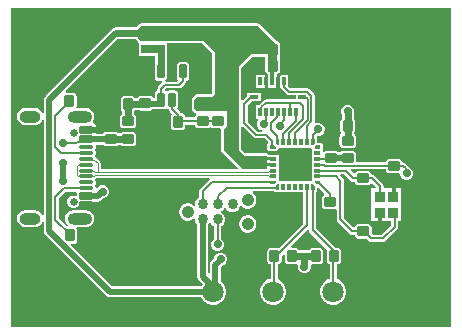
<source format=gbr>
%TF.GenerationSoftware,Altium Limited,Altium Designer,23.10.1 (27)*%
G04 Layer_Physical_Order=1*
G04 Layer_Color=255*
%FSLAX45Y45*%
%MOMM*%
%TF.SameCoordinates,EB818210-93EB-4193-A47C-AA10A5AE6B3E*%
%TF.FilePolarity,Positive*%
%TF.FileFunction,Copper,L1,Top,Signal*%
%TF.Part,Single*%
G01*
G75*
%TA.AperFunction,SMDPad,CuDef*%
G04:AMPARAMS|DCode=10|XSize=0.8mm|YSize=1mm|CornerRadius=0.1mm|HoleSize=0mm|Usage=FLASHONLY|Rotation=180.000|XOffset=0mm|YOffset=0mm|HoleType=Round|Shape=RoundedRectangle|*
%AMROUNDEDRECTD10*
21,1,0.80000,0.80000,0,0,180.0*
21,1,0.60000,1.00000,0,0,180.0*
1,1,0.20000,-0.30000,0.40000*
1,1,0.20000,0.30000,0.40000*
1,1,0.20000,0.30000,-0.40000*
1,1,0.20000,-0.30000,-0.40000*
%
%ADD10ROUNDEDRECTD10*%
%TA.AperFunction,TestPad*%
G04:AMPARAMS|DCode=11|XSize=0.3mm|YSize=1.15mm|CornerRadius=0.0375mm|HoleSize=0mm|Usage=FLASHONLY|Rotation=270.000|XOffset=0mm|YOffset=0mm|HoleType=Round|Shape=RoundedRectangle|*
%AMROUNDEDRECTD11*
21,1,0.30000,1.07500,0,0,270.0*
21,1,0.22500,1.15000,0,0,270.0*
1,1,0.07500,-0.53750,-0.11250*
1,1,0.07500,-0.53750,0.11250*
1,1,0.07500,0.53750,0.11250*
1,1,0.07500,0.53750,-0.11250*
%
%ADD11ROUNDEDRECTD11*%
G04:AMPARAMS|DCode=12|XSize=0.6mm|YSize=1.15mm|CornerRadius=0.075mm|HoleSize=0mm|Usage=FLASHONLY|Rotation=270.000|XOffset=0mm|YOffset=0mm|HoleType=Round|Shape=RoundedRectangle|*
%AMROUNDEDRECTD12*
21,1,0.60000,1.00000,0,0,270.0*
21,1,0.45000,1.15000,0,0,270.0*
1,1,0.15000,-0.50000,-0.22500*
1,1,0.15000,-0.50000,0.22500*
1,1,0.15000,0.50000,0.22500*
1,1,0.15000,0.50000,-0.22500*
%
%ADD12ROUNDEDRECTD12*%
%TA.AperFunction,SMDPad,CuDef*%
G04:AMPARAMS|DCode=13|XSize=0.8mm|YSize=0.9mm|CornerRadius=0.08mm|HoleSize=0mm|Usage=FLASHONLY|Rotation=180.000|XOffset=0mm|YOffset=0mm|HoleType=Round|Shape=RoundedRectangle|*
%AMROUNDEDRECTD13*
21,1,0.80000,0.74000,0,0,180.0*
21,1,0.64000,0.90000,0,0,180.0*
1,1,0.16000,-0.32000,0.37000*
1,1,0.16000,0.32000,0.37000*
1,1,0.16000,0.32000,-0.37000*
1,1,0.16000,-0.32000,-0.37000*
%
%ADD13ROUNDEDRECTD13*%
%ADD14R,2.00000X0.70000*%
%ADD15R,0.75000X0.30000*%
%ADD16R,0.30000X0.75000*%
G04:AMPARAMS|DCode=17|XSize=0.8mm|YSize=1mm|CornerRadius=0.1mm|HoleSize=0mm|Usage=FLASHONLY|Rotation=270.000|XOffset=0mm|YOffset=0mm|HoleType=Round|Shape=RoundedRectangle|*
%AMROUNDEDRECTD17*
21,1,0.80000,0.80000,0,0,270.0*
21,1,0.60000,1.00000,0,0,270.0*
1,1,0.20000,-0.40000,-0.30000*
1,1,0.20000,-0.40000,0.30000*
1,1,0.20000,0.40000,0.30000*
1,1,0.20000,0.40000,-0.30000*
%
%ADD17ROUNDEDRECTD17*%
%ADD18R,0.30000X0.25000*%
%ADD19R,0.25000X0.30000*%
%ADD20R,0.55000X0.30000*%
%ADD21R,0.30000X0.55000*%
G04:AMPARAMS|DCode=22|XSize=0.6mm|YSize=1.2mm|CornerRadius=0.075mm|HoleSize=0mm|Usage=FLASHONLY|Rotation=180.000|XOffset=0mm|YOffset=0mm|HoleType=Round|Shape=RoundedRectangle|*
%AMROUNDEDRECTD22*
21,1,0.60000,1.05000,0,0,180.0*
21,1,0.45000,1.20000,0,0,180.0*
1,1,0.15000,-0.22500,0.52500*
1,1,0.15000,0.22500,0.52500*
1,1,0.15000,0.22500,-0.52500*
1,1,0.15000,-0.22500,-0.52500*
%
%ADD22ROUNDEDRECTD22*%
%TA.AperFunction,BGAPad,CuDef*%
%ADD23C,0.86300*%
%TA.AperFunction,Conductor*%
%ADD24C,0.50000*%
%ADD25C,0.60000*%
%ADD26C,0.20000*%
%ADD27C,0.30000*%
%ADD28C,0.40000*%
%ADD29C,0.15000*%
%ADD30C,0.10000*%
%TA.AperFunction,TestPad*%
%ADD31C,1.80000*%
%ADD32O,2.10000X1.00000*%
%ADD33C,0.65000*%
%ADD34O,1.80000X1.00000*%
%TA.AperFunction,ViaPad*%
%ADD35C,4.00000*%
%TA.AperFunction,ComponentPad*%
%ADD36C,1.06700*%
%TA.AperFunction,ViaPad*%
%ADD37C,0.70000*%
G36*
X1725000Y-1350000D02*
X-2000001D01*
Y1350000D01*
X1725000D01*
Y-1350000D01*
D02*
G37*
%LPC*%
G36*
X93559Y1220392D02*
X-900000D01*
X-907804Y1218840D01*
X-914419Y1214419D01*
X-939418Y1189420D01*
X-939419Y1189420D01*
X-940272Y1188143D01*
X-1112837D01*
X-1132346Y1184262D01*
X-1148885Y1173211D01*
X-1159936Y1156672D01*
X-1160363Y1154523D01*
X-1707443Y607443D01*
X-1717389Y592558D01*
X-1720881Y575000D01*
Y462528D01*
X-1733581Y460001D01*
X-1736605Y467302D01*
X-1747826Y481924D01*
X-1762448Y493144D01*
X-1779477Y500198D01*
X-1797750Y502604D01*
X-1877750D01*
X-1896023Y500198D01*
X-1913052Y493144D01*
X-1927674Y481924D01*
X-1938895Y467302D01*
X-1945948Y450273D01*
X-1948354Y432000D01*
X-1945948Y413726D01*
X-1938895Y396698D01*
X-1927674Y382075D01*
X-1913052Y370855D01*
X-1896023Y363802D01*
X-1877750Y361396D01*
X-1797750D01*
X-1779477Y363802D01*
X-1762448Y370855D01*
X-1747826Y382075D01*
X-1736605Y396698D01*
X-1733581Y403998D01*
X-1720881Y401472D01*
Y-401472D01*
X-1733581Y-403998D01*
X-1736605Y-396698D01*
X-1747826Y-382076D01*
X-1762448Y-370855D01*
X-1779477Y-363802D01*
X-1797750Y-361396D01*
X-1877750D01*
X-1896023Y-363802D01*
X-1913052Y-370855D01*
X-1927674Y-382076D01*
X-1938895Y-396698D01*
X-1945948Y-413727D01*
X-1948354Y-432000D01*
X-1945948Y-450274D01*
X-1938895Y-467302D01*
X-1927674Y-481925D01*
X-1913052Y-493145D01*
X-1896023Y-500198D01*
X-1877750Y-502604D01*
X-1797750D01*
X-1779477Y-500198D01*
X-1762448Y-493145D01*
X-1747826Y-481925D01*
X-1736605Y-467302D01*
X-1733581Y-460002D01*
X-1720881Y-462528D01*
Y-540711D01*
X-1717389Y-558269D01*
X-1707443Y-573154D01*
X-1198154Y-1082443D01*
X-1183269Y-1092389D01*
X-1165711Y-1095881D01*
X-387527D01*
X-375022Y-1117541D01*
X-354541Y-1138022D01*
X-329458Y-1152503D01*
X-301482Y-1160000D01*
X-272518D01*
X-244542Y-1152503D01*
X-219459Y-1138022D01*
X-198978Y-1117541D01*
X-184496Y-1092458D01*
X-177000Y-1064482D01*
Y-1035518D01*
X-184496Y-1007542D01*
X-198978Y-982459D01*
X-219459Y-961978D01*
X-224847Y-958868D01*
Y-845145D01*
X-206619Y-826918D01*
X-193845Y-821626D01*
X-178374Y-806155D01*
X-170000Y-785940D01*
Y-764060D01*
X-178374Y-743845D01*
X-193845Y-728373D01*
X-214060Y-720000D01*
X-235940D01*
X-256155Y-728373D01*
X-271627Y-743845D01*
X-280000Y-764060D01*
Y-770526D01*
X-303171Y-793697D01*
X-313117Y-808582D01*
X-316610Y-826140D01*
Y-890416D01*
X-329310Y-897204D01*
X-331118Y-895995D01*
Y-481926D01*
X-323464Y-474272D01*
X-320373Y-466810D01*
X-306627D01*
X-303536Y-474272D01*
X-285772Y-492036D01*
X-280588Y-494183D01*
Y-603138D01*
X-281155Y-603373D01*
X-296627Y-618845D01*
X-305000Y-639060D01*
Y-660940D01*
X-296627Y-681155D01*
X-281155Y-696626D01*
X-260940Y-705000D01*
X-239060D01*
X-218845Y-696626D01*
X-203373Y-681155D01*
X-195000Y-660940D01*
Y-639060D01*
X-203373Y-618845D01*
X-218845Y-603373D01*
X-219412Y-603138D01*
Y-494183D01*
X-214228Y-492036D01*
X-196464Y-474272D01*
X-186850Y-451061D01*
Y-425939D01*
X-196464Y-402728D01*
X-214228Y-384964D01*
X-221690Y-381873D01*
Y-368127D01*
X-214228Y-365036D01*
X-196464Y-347272D01*
X-193373Y-339810D01*
X-179627D01*
X-176536Y-347272D01*
X-158772Y-365036D01*
X-135561Y-374650D01*
X-110439D01*
X-87228Y-365036D01*
X-69464Y-347272D01*
X-61954Y-329140D01*
X-48992Y-325277D01*
X-47713Y-325420D01*
X-41038Y-332095D01*
X-24312Y-341751D01*
X-5657Y-346750D01*
X13657D01*
X32312Y-341751D01*
X49038Y-332095D01*
X62695Y-318438D01*
X72351Y-301712D01*
X77350Y-283057D01*
Y-263743D01*
X72351Y-245088D01*
X62695Y-228362D01*
X49038Y-214705D01*
X46583Y-213288D01*
X49986Y-200588D01*
X222500D01*
Y-205000D01*
X226450D01*
X232197Y-208840D01*
X240000Y-210392D01*
X270000D01*
X271972Y-210000D01*
X474413D01*
Y-475222D01*
X270366Y-679269D01*
X260082Y-677223D01*
X200082D01*
X188377Y-679551D01*
X178453Y-686182D01*
X171823Y-696105D01*
X169494Y-707811D01*
Y-787810D01*
X171823Y-799516D01*
X178453Y-809439D01*
X188377Y-816070D01*
X199494Y-818281D01*
Y-941882D01*
X178542Y-947496D01*
X153459Y-961978D01*
X132978Y-982459D01*
X118497Y-1007542D01*
X111000Y-1035518D01*
Y-1064482D01*
X118497Y-1092458D01*
X132978Y-1117541D01*
X153459Y-1138022D01*
X178542Y-1152503D01*
X206518Y-1160000D01*
X235482D01*
X263458Y-1152503D01*
X288541Y-1138022D01*
X309022Y-1117541D01*
X323504Y-1092458D01*
X331000Y-1064482D01*
Y-1035518D01*
X323504Y-1007542D01*
X309022Y-982459D01*
X288541Y-961978D01*
X263458Y-947496D01*
X260670Y-946749D01*
Y-818281D01*
X271787Y-816070D01*
X281711Y-809439D01*
X288341Y-799516D01*
X290670Y-787810D01*
Y-745481D01*
X307761Y-728389D01*
X319494Y-733249D01*
Y-787810D01*
X321823Y-799516D01*
X328453Y-809439D01*
X338377Y-816070D01*
X350082Y-818398D01*
X410082D01*
X418861Y-816652D01*
X419706Y-816886D01*
X425628Y-821745D01*
X428905Y-826588D01*
X427541Y-829881D01*
Y-851761D01*
X435915Y-871976D01*
X451386Y-887447D01*
X471601Y-895821D01*
X493481D01*
X513696Y-887447D01*
X529168Y-871976D01*
X537541Y-851761D01*
Y-829881D01*
X537179Y-829006D01*
X538792Y-826170D01*
X546759Y-818948D01*
X555000Y-820588D01*
X615000D01*
X626705Y-818259D01*
X636629Y-811629D01*
X643259Y-801705D01*
X645587Y-790000D01*
Y-710000D01*
X643259Y-698295D01*
X636629Y-688371D01*
X626705Y-681741D01*
X615000Y-679412D01*
X555000D01*
X543295Y-681741D01*
X533371Y-688371D01*
X526987Y-697926D01*
X438703D01*
X438341Y-696105D01*
X431711Y-686182D01*
X421787Y-679551D01*
X410082Y-677223D01*
X375521D01*
X370661Y-665490D01*
X512679Y-523471D01*
X524413Y-528331D01*
Y-529999D01*
X524412Y-530000D01*
X526741Y-541706D01*
X533372Y-551629D01*
X678061Y-696319D01*
X676741Y-698295D01*
X674412Y-710000D01*
Y-790000D01*
X676741Y-801705D01*
X683371Y-811629D01*
X693295Y-818259D01*
X698412Y-819277D01*
Y-944316D01*
X686542Y-947496D01*
X661459Y-961978D01*
X640978Y-982459D01*
X626497Y-1007542D01*
X619000Y-1035518D01*
Y-1064482D01*
X626497Y-1092458D01*
X640978Y-1117541D01*
X661459Y-1138022D01*
X686542Y-1152503D01*
X714518Y-1160000D01*
X743482D01*
X771458Y-1152503D01*
X796541Y-1138022D01*
X817022Y-1117541D01*
X831504Y-1092458D01*
X839000Y-1064482D01*
Y-1035518D01*
X831504Y-1007542D01*
X817022Y-982459D01*
X796541Y-961978D01*
X771458Y-947496D01*
X759588Y-944316D01*
Y-820588D01*
X765000D01*
X776705Y-818259D01*
X786629Y-811629D01*
X793259Y-801705D01*
X795587Y-790000D01*
Y-710000D01*
X793259Y-698295D01*
X786629Y-688371D01*
X776705Y-681741D01*
X765000Y-679412D01*
X747670D01*
X585588Y-517330D01*
Y-205000D01*
X587500D01*
Y-199809D01*
X588840Y-197804D01*
X590392Y-190000D01*
Y-174110D01*
X603092Y-168850D01*
X652248Y-218006D01*
X648295Y-231741D01*
X638371Y-238371D01*
X631741Y-248295D01*
X629413Y-260000D01*
Y-320000D01*
X631741Y-331705D01*
X638371Y-341629D01*
X648295Y-348259D01*
X660000Y-350588D01*
X740000D01*
X744212Y-349750D01*
X756912Y-358892D01*
Y-437499D01*
X756912Y-437500D01*
X759241Y-449206D01*
X765871Y-459129D01*
X868371Y-561629D01*
X868372Y-561630D01*
X878295Y-568260D01*
X890001Y-570589D01*
X890002Y-570588D01*
X911565D01*
X913777Y-581706D01*
X920407Y-591629D01*
X930331Y-598260D01*
X942036Y-600588D01*
X1009366D01*
X1030406Y-621628D01*
X1030406Y-621629D01*
X1040330Y-628259D01*
X1052035Y-630588D01*
X1052037Y-630588D01*
X1149998D01*
X1150000Y-630588D01*
X1161705Y-628259D01*
X1171629Y-621629D01*
X1271628Y-521629D01*
X1271629Y-521629D01*
X1278259Y-511705D01*
X1280587Y-500000D01*
Y-450000D01*
X1300000D01*
Y-175000D01*
X1154339D01*
Y-156717D01*
X1154340Y-156716D01*
X1152011Y-145011D01*
X1145380Y-135087D01*
X1145380Y-135087D01*
X1078665Y-68371D01*
X1068741Y-61741D01*
X1057036Y-59412D01*
X1050560Y-49627D01*
X1050295Y-48295D01*
X1043665Y-38372D01*
X1033741Y-31741D01*
X1022036Y-29413D01*
X942036D01*
X930331Y-31741D01*
X920407Y-38372D01*
X915490Y-45731D01*
X905122Y-48701D01*
X900706Y-48908D01*
X876038Y-24241D01*
X880899Y-12508D01*
X1170996D01*
Y-15000D01*
X1173324Y-26705D01*
X1179954Y-36629D01*
X1189878Y-43259D01*
X1201583Y-45587D01*
X1281583D01*
X1282300Y-45445D01*
X1295000Y-55868D01*
Y-60940D01*
X1303374Y-81155D01*
X1318845Y-96626D01*
X1339060Y-105000D01*
X1360940D01*
X1381155Y-96626D01*
X1396627Y-81155D01*
X1405000Y-60940D01*
Y-39060D01*
X1396627Y-18845D01*
X1381155Y-3373D01*
X1367706Y2198D01*
X1367432Y3575D01*
X1361354Y12671D01*
X1338668Y35357D01*
X1329571Y41435D01*
X1318841Y43569D01*
X1312171D01*
Y45000D01*
X1309842Y56706D01*
X1303212Y66629D01*
X1293288Y73259D01*
X1281583Y75588D01*
X1201583D01*
X1189878Y73259D01*
X1179954Y66629D01*
X1173324Y56706D01*
X1170996Y45000D01*
Y43569D01*
X924826D01*
X921109Y48099D01*
Y108098D01*
X918780Y119804D01*
X912150Y129727D01*
X902227Y136358D01*
X890521Y138686D01*
X810521D01*
X798816Y136358D01*
X788893Y129727D01*
X787730Y127988D01*
X773871D01*
X772754Y129660D01*
X762830Y136290D01*
X751125Y138619D01*
X671125D01*
X659420Y136290D01*
X652700Y131801D01*
X641941Y135839D01*
X640000Y137426D01*
Y158028D01*
X640392Y160000D01*
Y190000D01*
X638840Y197804D01*
X635000Y203550D01*
Y207500D01*
X629809D01*
X627804Y208840D01*
X620000Y210392D01*
X590392D01*
Y240000D01*
X589749Y243231D01*
X587500Y255000D01*
D01*
X587640Y261536D01*
X594165Y270000D01*
X610940D01*
X631155Y278374D01*
X646627Y293845D01*
X655000Y314060D01*
Y335940D01*
X646627Y356155D01*
X631155Y371627D01*
X610940Y380000D01*
X589060D01*
X579417Y376006D01*
X569263Y385546D01*
X570373Y391125D01*
Y608985D01*
X568239Y619715D01*
X562161Y628811D01*
X529153Y661819D01*
X520057Y667897D01*
X509327Y670031D01*
X365207D01*
X347335Y687902D01*
Y787164D01*
X277335D01*
Y672164D01*
X286491D01*
X291972Y663961D01*
X333766Y622166D01*
X342863Y616088D01*
X353593Y613954D01*
X409836D01*
Y578038D01*
X158351D01*
X147621Y575904D01*
X138525Y569826D01*
X100009Y531310D01*
X97239Y527164D01*
X77335D01*
Y412164D01*
X90492D01*
X95352Y400431D01*
X94926Y400005D01*
X86553Y379790D01*
Y357910D01*
X94926Y337695D01*
X110398Y322223D01*
X126053Y315739D01*
X123527Y303039D01*
X86614D01*
X3039Y386614D01*
Y528215D01*
X39488Y564664D01*
X114835D01*
Y634664D01*
X-165D01*
Y604317D01*
X-37313Y567168D01*
X-50013Y572428D01*
Y846148D01*
X42636Y938798D01*
X154608D01*
Y900983D01*
X154413Y900000D01*
Y820000D01*
X154608Y819017D01*
Y818257D01*
X156160Y810454D01*
X156376Y810131D01*
X156741Y808295D01*
X163372Y798371D01*
X173295Y791741D01*
X175132Y791375D01*
X175454Y791160D01*
X176650Y790922D01*
Y729664D01*
X177335Y726216D01*
Y672164D01*
X247335D01*
Y726216D01*
X248021Y729664D01*
Y789608D01*
X248474D01*
X251846Y790279D01*
X255251Y790767D01*
X255731Y791051D01*
X256278Y791160D01*
X259139Y793072D01*
X262095Y794824D01*
X264351Y796849D01*
X266629Y798371D01*
X267501Y799677D01*
X268622Y800682D01*
X268956Y801128D01*
X269420Y801438D01*
X271331Y804298D01*
X273392Y807049D01*
X273530Y807590D01*
X273840Y808054D01*
X274511Y811424D01*
X275363Y814758D01*
X275284Y815311D01*
X275392Y815857D01*
Y819017D01*
X275588Y820000D01*
Y900000D01*
X275392Y900983D01*
Y1042700D01*
X273840Y1050504D01*
X269420Y1057120D01*
X266554Y1059986D01*
X265997Y1060819D01*
X265164Y1061375D01*
X262930Y1063609D01*
X256314Y1068030D01*
X253884Y1068513D01*
X107978Y1214419D01*
X101362Y1218840D01*
X93559Y1220392D01*
D02*
G37*
G36*
X147335Y787164D02*
X77335D01*
Y672164D01*
X147335D01*
Y787164D01*
D02*
G37*
G36*
X860940Y530000D02*
X839060D01*
X818845Y521627D01*
X803374Y506155D01*
X795000Y485940D01*
Y464060D01*
X799021Y454354D01*
Y412063D01*
X798371Y411629D01*
X791741Y401705D01*
X789412Y390000D01*
Y310000D01*
X791741Y298295D01*
X792920Y296530D01*
X797902Y287934D01*
X789683Y280255D01*
X788893Y279727D01*
X782262Y269804D01*
X779934Y258098D01*
Y198098D01*
X782262Y186393D01*
X788893Y176470D01*
X798816Y169839D01*
X810521Y167511D01*
X890521D01*
X902227Y169839D01*
X912150Y176470D01*
X918780Y186393D01*
X921109Y198098D01*
Y258098D01*
X918780Y269804D01*
X912150Y279727D01*
X910639Y280737D01*
X902745Y287425D01*
X907402Y297011D01*
X908259Y298295D01*
X910588Y310000D01*
Y390000D01*
X908259Y401705D01*
X901629Y411629D01*
X900980Y412063D01*
Y454354D01*
X905000Y464060D01*
Y485940D01*
X896627Y506155D01*
X881155Y521627D01*
X860940Y530000D01*
D02*
G37*
G36*
X13657Y-403250D02*
X-5657D01*
X-24312Y-408249D01*
X-41038Y-417905D01*
X-54695Y-431562D01*
X-64351Y-448288D01*
X-69350Y-466943D01*
Y-486257D01*
X-64351Y-504912D01*
X-54695Y-521638D01*
X-41038Y-535295D01*
X-24312Y-544951D01*
X-5657Y-549950D01*
X13657D01*
X32312Y-544951D01*
X49038Y-535295D01*
X62695Y-521638D01*
X72351Y-504912D01*
X77350Y-486257D01*
Y-466943D01*
X72351Y-448288D01*
X62695Y-431562D01*
X49038Y-417905D01*
X32312Y-408249D01*
X13657Y-403250D01*
D02*
G37*
%LPD*%
G36*
X244369Y1049190D02*
X248511D01*
X255001Y1042700D01*
Y815857D01*
X248474Y810000D01*
X183258D01*
X175000Y818257D01*
Y959190D01*
X34190D01*
X-70405Y854595D01*
Y145405D01*
X-25000Y100000D01*
X164601D01*
Y87699D01*
X217501D01*
Y62299D01*
X164601D01*
Y37700D01*
X217500D01*
Y12300D01*
X164601D01*
Y-9352D01*
X161942Y-12011D01*
X100000D01*
X-37990Y-12010D01*
X-200000Y150000D01*
X-200000Y325000D01*
X-186362Y338638D01*
X-183034Y340861D01*
X-180811Y344189D01*
X-175000Y350000D01*
Y357844D01*
X-174076Y362490D01*
Y422490D01*
X-175000Y427137D01*
Y475000D01*
X-425000D01*
X-450000Y500000D01*
X-450000Y575000D01*
X-425000Y600000D01*
X-300000D01*
X-275000Y625000D01*
Y975000D01*
X-375000Y1075000D01*
X-900000D01*
X-925000Y1100000D01*
Y1175000D01*
X-900000Y1200000D01*
X93559D01*
X244369Y1049190D01*
D02*
G37*
G36*
X-295392Y966553D02*
Y633447D01*
X-308447Y620392D01*
X-424999D01*
X-425000Y620392D01*
X-432804Y618840D01*
X-439419Y614419D01*
X-464419Y589419D01*
X-468840Y582804D01*
X-470392Y575000D01*
X-470392Y500001D01*
X-470392Y500000D01*
X-468840Y492196D01*
X-464419Y485581D01*
X-439419Y460581D01*
X-437933Y459587D01*
X-436662Y445447D01*
X-436900Y444786D01*
X-443268Y435255D01*
X-445480Y424138D01*
X-524539D01*
Y429804D01*
X-526867Y441509D01*
X-533498Y451433D01*
X-543421Y458063D01*
X-555126Y460392D01*
X-559597D01*
X-559718Y460999D01*
X-566348Y470923D01*
X-596132Y500706D01*
X-596055Y501490D01*
X-589977Y510587D01*
X-587843Y521317D01*
Y626316D01*
X-589977Y637046D01*
X-596055Y646143D01*
X-605151Y652221D01*
X-615881Y654355D01*
X-660881D01*
X-671611Y652221D01*
X-677301Y648419D01*
X-685881Y646999D01*
X-694192Y648374D01*
X-696740Y663030D01*
X-696473Y663874D01*
X-688386Y671962D01*
X-575000D01*
X-564270Y674096D01*
X-555174Y680174D01*
X-523555Y711793D01*
X-517477Y720889D01*
X-515343Y731619D01*
Y734380D01*
X-510151Y735412D01*
X-501055Y741490D01*
X-494977Y750587D01*
X-492843Y761317D01*
Y866316D01*
X-494977Y877046D01*
X-501055Y886143D01*
X-510151Y892221D01*
X-520881Y894355D01*
X-565881D01*
X-576611Y892221D01*
X-585707Y886143D01*
X-591785Y877046D01*
X-593920Y866316D01*
Y761317D01*
X-591785Y750587D01*
X-585708Y741491D01*
X-585514Y739529D01*
X-595427Y728039D01*
X-688327D01*
X-692179Y740739D01*
X-691055Y741490D01*
X-684977Y750587D01*
X-682842Y761317D01*
Y811600D01*
X-682401Y813817D01*
Y945361D01*
X-678583D01*
Y1054608D01*
X-383447D01*
X-295392Y966553D01*
D02*
G37*
G36*
X-939419Y1085581D02*
X-939418Y1085580D01*
X-920928Y1067090D01*
X-918583Y1055361D01*
X-918583Y1055361D01*
Y945361D01*
X-784361D01*
Y813817D01*
X-783920Y811600D01*
Y761317D01*
X-781785Y750587D01*
X-775707Y741490D01*
X-766611Y735412D01*
X-755881Y733278D01*
X-722554D01*
X-718701Y720578D01*
X-719826Y719826D01*
X-753207Y686445D01*
X-759285Y677349D01*
X-761420Y666619D01*
Y653253D01*
X-766611Y652221D01*
X-775707Y646143D01*
X-781785Y637046D01*
X-783920Y626316D01*
Y590131D01*
X-796620Y589298D01*
X-800627Y595295D01*
X-810550Y601925D01*
X-822256Y604254D01*
X-902255D01*
X-913961Y601925D01*
X-923884Y595295D01*
X-925771Y592472D01*
X-953377D01*
X-959040Y600947D01*
X-968964Y607578D01*
X-980669Y609906D01*
X-1040669D01*
X-1052374Y607578D01*
X-1062298Y600947D01*
X-1068928Y591024D01*
X-1071256Y579318D01*
Y499319D01*
X-1068928Y487613D01*
X-1062298Y477690D01*
X-1060560Y476529D01*
Y452223D01*
X-1060623Y452210D01*
X-1070547Y445580D01*
X-1077177Y435656D01*
X-1079506Y423951D01*
Y363951D01*
X-1077177Y352246D01*
X-1070547Y342322D01*
X-1060623Y335692D01*
X-1048918Y333363D01*
X-968918D01*
X-957213Y335692D01*
X-947289Y342322D01*
X-940659Y352246D01*
X-938331Y363951D01*
Y423951D01*
X-940659Y435656D01*
X-947289Y445580D01*
X-957213Y452210D01*
X-958601Y452486D01*
Y478347D01*
X-952410Y487613D01*
X-951833Y490513D01*
X-921603D01*
X-913961Y485407D01*
X-902255Y483078D01*
X-822256D01*
X-810550Y485407D01*
X-800627Y492037D01*
X-798239Y495611D01*
X-766908D01*
X-766611Y495412D01*
X-755881Y493278D01*
X-710881D01*
X-700151Y495412D01*
X-694461Y499214D01*
X-685881Y500634D01*
X-677301Y499214D01*
X-671611Y495412D01*
X-664498Y493997D01*
X-662475Y483827D01*
X-655845Y473903D01*
X-636452Y454511D01*
X-636755Y451432D01*
X-643386Y441509D01*
X-645714Y429804D01*
Y349804D01*
X-643386Y338099D01*
X-636755Y328175D01*
X-626832Y321545D01*
X-615126Y319216D01*
X-555126D01*
X-543421Y321545D01*
X-533498Y328175D01*
X-526867Y338099D01*
X-524539Y349804D01*
Y362962D01*
X-445480D01*
X-443268Y351845D01*
X-436638Y341921D01*
X-426714Y335291D01*
X-415009Y332962D01*
X-335009D01*
X-323304Y335291D01*
X-319529Y337813D01*
X-308882Y340265D01*
X-301122Y337407D01*
X-296368Y334231D01*
X-284663Y331903D01*
X-230233D01*
X-220392Y319202D01*
X-220392Y150000D01*
X-218840Y142197D01*
X-214419Y135581D01*
X-78561Y-277D01*
X-83422Y-12011D01*
X-1240885D01*
Y36625D01*
X-1242826Y46379D01*
X-1248351Y54649D01*
X-1279718Y86016D01*
X-1284931Y89499D01*
X-1286128Y95517D01*
X-1289123Y100000D01*
X-1286128Y104483D01*
X-1284285Y113750D01*
Y136250D01*
X-1286128Y145517D01*
X-1289123Y150000D01*
X-1286128Y154483D01*
X-1284285Y163750D01*
Y186249D01*
X-1277822Y194124D01*
X-1219597D01*
X-1217312Y190705D01*
X-1207389Y184074D01*
X-1195683Y181746D01*
X-1115684D01*
X-1103978Y184074D01*
X-1094055Y190705D01*
X-1093081Y192163D01*
X-1070308D01*
X-1060623Y185692D01*
X-1048918Y183363D01*
X-968918D01*
X-957213Y185692D01*
X-947289Y192322D01*
X-940659Y202246D01*
X-938331Y213951D01*
Y273951D01*
X-940659Y285656D01*
X-947289Y295580D01*
X-957213Y302210D01*
X-968918Y304539D01*
X-1048918D01*
X-1060623Y302210D01*
X-1070547Y295580D01*
X-1071521Y294122D01*
X-1094293D01*
X-1103978Y300593D01*
X-1115684Y302921D01*
X-1195683D01*
X-1207389Y300593D01*
X-1217312Y293962D01*
X-1222707Y285887D01*
X-1271006D01*
X-1279062Y295705D01*
X-1278705Y297500D01*
Y307299D01*
X-1362250D01*
Y332699D01*
X-1278705D01*
Y342500D01*
X-1281259Y355337D01*
X-1288530Y366219D01*
X-1299413Y373491D01*
X-1304611Y374525D01*
X-1309917Y388472D01*
X-1303605Y396698D01*
X-1296552Y413726D01*
X-1294146Y432000D01*
X-1296552Y450273D01*
X-1303605Y467302D01*
X-1314825Y481924D01*
X-1329448Y493144D01*
X-1346476Y500198D01*
X-1364750Y502604D01*
X-1438493D01*
X-1442877Y508341D01*
X-1446237Y515304D01*
X-1444313Y524973D01*
Y604972D01*
X-1446642Y616678D01*
X-1453272Y626601D01*
X-1463196Y633232D01*
X-1474901Y635560D01*
X-1531593D01*
X-1536374Y643708D01*
X-1537144Y647969D01*
X-1098930Y1086184D01*
X-939822D01*
X-939419Y1085581D01*
D02*
G37*
G36*
X55174Y255174D02*
X64270Y249096D01*
X75000Y246961D01*
X151036D01*
X177798Y220200D01*
X175000Y207500D01*
D01*
X172598Y201433D01*
X171160Y197804D01*
X170901Y196498D01*
X169608Y190000D01*
Y160000D01*
X171160Y152196D01*
X175000Y146450D01*
Y142500D01*
X180191D01*
X182196Y141160D01*
X190000Y139608D01*
X240000D01*
X247804Y141160D01*
X254420Y145581D01*
X258840Y152196D01*
X260061Y158335D01*
X270001Y165000D01*
X534372D01*
X541600Y161599D01*
X545000Y154371D01*
Y90000D01*
Y-10000D01*
Y-104371D01*
X541600Y-111600D01*
X534372Y-115000D01*
X275629D01*
X268401Y-111600D01*
X265000Y-104371D01*
Y-10000D01*
Y110000D01*
X181973D01*
X179020Y114419D01*
X172404Y118840D01*
X164601Y120392D01*
X-16553D01*
X-50013Y153852D01*
Y342400D01*
X-37313Y347661D01*
X55174Y255174D01*
D02*
G37*
G36*
X570000Y204500D02*
X555500Y190000D01*
X540000D01*
Y240000D01*
X570000D01*
Y204500D01*
D02*
G37*
G36*
X270000Y190000D02*
X254500D01*
X240000Y204500D01*
Y240000D01*
X270000D01*
Y190000D01*
D02*
G37*
G36*
X620000Y160000D02*
X570000D01*
Y175500D01*
X584500Y190000D01*
X620000D01*
Y160000D01*
D02*
G37*
G36*
X240000Y175500D02*
Y160000D01*
X190000D01*
Y190000D01*
X225500D01*
X240000Y175500D01*
D02*
G37*
G36*
X620000Y-140000D02*
X584500D01*
X570000Y-125500D01*
Y-110000D01*
X620000D01*
Y-140000D01*
D02*
G37*
G36*
X240000Y-125500D02*
X225500Y-140000D01*
X190000D01*
Y-110000D01*
X240000D01*
Y-125500D01*
D02*
G37*
G36*
X570000Y-154500D02*
Y-190000D01*
X540000D01*
Y-140000D01*
X555500D01*
X570000Y-154500D01*
D02*
G37*
G36*
X270000Y-190000D02*
X240000D01*
Y-154500D01*
X254500Y-140000D01*
X270000D01*
Y-190000D01*
D02*
G37*
G36*
X-317615Y-100690D02*
X-321629Y-103371D01*
X-321629Y-103372D01*
X-398478Y-180221D01*
X-405109Y-190145D01*
X-407437Y-201850D01*
X-407437Y-201851D01*
Y-255754D01*
X-412772Y-257964D01*
X-430536Y-275728D01*
X-440150Y-298939D01*
Y-317157D01*
X-452850Y-322417D01*
X-458962Y-316305D01*
X-475688Y-306649D01*
X-494343Y-301650D01*
X-513657D01*
X-532312Y-306649D01*
X-549038Y-316305D01*
X-562695Y-329962D01*
X-572351Y-346688D01*
X-577350Y-365343D01*
Y-384657D01*
X-572351Y-403312D01*
X-562695Y-420038D01*
X-549038Y-433695D01*
X-532312Y-443351D01*
X-513657Y-448350D01*
X-494343D01*
X-475688Y-443351D01*
X-458962Y-433695D01*
X-452850Y-427583D01*
X-440150Y-432843D01*
Y-451061D01*
X-430536Y-474272D01*
X-422882Y-481926D01*
Y-924822D01*
X-419389Y-942380D01*
X-409443Y-957265D01*
X-378399Y-988309D01*
X-387527Y-1004118D01*
X-1146706D01*
X-1493503Y-657321D01*
X-1488643Y-645588D01*
X-1470000D01*
X-1458295Y-643259D01*
X-1448371Y-636629D01*
X-1441741Y-626705D01*
X-1439412Y-615000D01*
Y-535000D01*
X-1441741Y-523295D01*
X-1447080Y-515304D01*
X-1444889Y-507813D01*
X-1441626Y-502604D01*
X-1364750D01*
X-1346476Y-500198D01*
X-1329448Y-493145D01*
X-1314825Y-481925D01*
X-1303605Y-467302D01*
X-1296552Y-450274D01*
X-1294146Y-432000D01*
X-1296552Y-413727D01*
X-1303605Y-396698D01*
X-1314825Y-382076D01*
X-1329448Y-370855D01*
X-1346476Y-363802D01*
X-1364750Y-361396D01*
X-1474750D01*
X-1493024Y-363802D01*
X-1510052Y-370855D01*
X-1524675Y-382076D01*
X-1535895Y-396698D01*
X-1542948Y-413727D01*
X-1545354Y-432000D01*
X-1542948Y-450274D01*
X-1535895Y-467302D01*
X-1524675Y-481925D01*
X-1520597Y-485054D01*
X-1520291Y-488726D01*
X-1523713Y-498670D01*
X-1526700Y-498647D01*
X-1596961Y-428386D01*
Y-261614D01*
X-1538386Y-203039D01*
X-1449773D01*
X-1439938Y-215739D01*
X-1440289Y-217500D01*
Y-232948D01*
X-1450849Y-240004D01*
X-1459307Y-236500D01*
X-1480193D01*
X-1499489Y-244493D01*
X-1514257Y-259261D01*
X-1522250Y-278557D01*
Y-299443D01*
X-1514257Y-318739D01*
X-1499489Y-333508D01*
X-1480193Y-341500D01*
X-1459307D01*
X-1440011Y-333508D01*
X-1425243Y-318739D01*
X-1417250Y-299443D01*
Y-294643D01*
X-1412250Y-290539D01*
X-1312250D01*
X-1301520Y-288405D01*
X-1301190Y-288184D01*
X-1266236D01*
X-1248678Y-284692D01*
X-1233793Y-274746D01*
X-1220598Y-261550D01*
X-1214132D01*
X-1193917Y-253177D01*
X-1178446Y-237705D01*
X-1170072Y-217491D01*
Y-195610D01*
X-1178446Y-175396D01*
X-1193917Y-159924D01*
X-1214132Y-151551D01*
X-1236012D01*
X-1256227Y-159924D01*
X-1271585Y-175282D01*
X-1272249Y-175273D01*
X-1284285Y-172594D01*
Y-163750D01*
X-1286128Y-154483D01*
X-1289123Y-150000D01*
X-1286128Y-145517D01*
X-1284285Y-136250D01*
Y-113750D01*
X-1286128Y-104483D01*
X-1289123Y-100000D01*
X-1286669Y-96327D01*
X-1281726Y-93024D01*
X-1276692Y-87990D01*
X-321468D01*
X-317615Y-100690D01*
D02*
G37*
G36*
X876911Y-111629D02*
X886835Y-118260D01*
X898540Y-120588D01*
X911565D01*
X913777Y-131706D01*
X920407Y-141629D01*
X930331Y-148260D01*
X942036Y-150588D01*
X1022036D01*
X1033741Y-148260D01*
X1043665Y-141629D01*
X1045179Y-139362D01*
X1061134Y-137357D01*
X1086078Y-162300D01*
X1080817Y-175000D01*
X1050000D01*
Y-450000D01*
X1202275D01*
X1205036Y-450549D01*
X1219412D01*
Y-487330D01*
X1137330Y-569412D01*
X1064705D01*
X1052623Y-557331D01*
Y-510001D01*
X1050295Y-498295D01*
X1043665Y-488372D01*
X1033741Y-481741D01*
X1022036Y-479413D01*
X942036D01*
X930331Y-481741D01*
X920407Y-488372D01*
X913777Y-498295D01*
X912800Y-503207D01*
X899289Y-506032D01*
X818088Y-424830D01*
Y-112501D01*
X818088Y-112500D01*
X815759Y-100795D01*
X809129Y-90871D01*
X809128Y-90871D01*
X786280Y-68022D01*
X791140Y-56289D01*
X821571D01*
X876911Y-111629D01*
D02*
G37*
D10*
X364368Y999190D02*
D03*
X214368D02*
D03*
X365000Y860000D02*
D03*
X215000D02*
D03*
X585000Y-750000D02*
D03*
X735000D02*
D03*
X380082Y-747811D02*
D03*
X230082D02*
D03*
X700000Y350000D02*
D03*
X850000D02*
D03*
X-585126Y389804D02*
D03*
X-735126D02*
D03*
X-1010669Y539318D02*
D03*
X-1160669D02*
D03*
X-1350000Y-575000D02*
D03*
X-1500000D02*
D03*
X-1354901Y564972D02*
D03*
X-1504901D02*
D03*
D11*
X-1362250Y25000D02*
D03*
Y75000D02*
D03*
Y-75000D02*
D03*
Y-25000D02*
D03*
Y125000D02*
D03*
Y175000D02*
D03*
Y-125000D02*
D03*
Y-175000D02*
D03*
D12*
Y240000D02*
D03*
Y320000D02*
D03*
Y-240000D02*
D03*
Y-320000D02*
D03*
D13*
X1237036Y-385001D02*
D03*
Y-245001D02*
D03*
X1127036D02*
D03*
Y-385001D02*
D03*
D14*
X-798583Y1145361D02*
D03*
Y1000361D02*
D03*
D15*
X57335Y599664D02*
D03*
X467336D02*
D03*
D16*
X112335Y469664D02*
D03*
X162335D02*
D03*
X212335D02*
D03*
X262336D02*
D03*
X312335D02*
D03*
X362335D02*
D03*
X412335D02*
D03*
Y729664D02*
D03*
X362335D02*
D03*
X312335D02*
D03*
X262336D02*
D03*
X212335D02*
D03*
X162335D02*
D03*
X112335D02*
D03*
D17*
X1241583Y165000D02*
D03*
Y15000D02*
D03*
X700000Y-440000D02*
D03*
Y-290000D02*
D03*
X982036Y-240000D02*
D03*
Y-90000D02*
D03*
Y-390001D02*
D03*
Y-540001D02*
D03*
X850521Y78098D02*
D03*
Y228098D02*
D03*
X711125Y228031D02*
D03*
Y78031D02*
D03*
X32332Y189170D02*
D03*
Y39170D02*
D03*
X-862256Y393666D02*
D03*
Y543666D02*
D03*
X-244663Y542490D02*
D03*
Y392490D02*
D03*
X-375009Y543550D02*
D03*
Y393550D02*
D03*
X-445782Y1149988D02*
D03*
Y999988D02*
D03*
X-1008918Y243951D02*
D03*
Y393951D02*
D03*
X-1155683Y242334D02*
D03*
Y392333D02*
D03*
D18*
X210000Y-125000D02*
D03*
X600000Y175000D02*
D03*
X210000D02*
D03*
X600000Y-125000D02*
D03*
D19*
X255000Y220000D02*
D03*
X555000Y-170000D02*
D03*
X255000D02*
D03*
X555000Y220000D02*
D03*
D20*
X592500Y-75000D02*
D03*
Y-25000D02*
D03*
Y25000D02*
D03*
Y75000D02*
D03*
Y125000D02*
D03*
X217500D02*
D03*
Y75000D02*
D03*
Y25000D02*
D03*
Y-25000D02*
D03*
Y-75000D02*
D03*
D21*
X505000Y212500D02*
D03*
X455000D02*
D03*
X405000D02*
D03*
X355000D02*
D03*
X305000D02*
D03*
Y-162500D02*
D03*
X355000D02*
D03*
X405000D02*
D03*
X455000D02*
D03*
X505000D02*
D03*
D22*
X-543381Y573816D02*
D03*
X-638381D02*
D03*
X-733381D02*
D03*
Y813817D02*
D03*
X-638381D02*
D03*
X-543381D02*
D03*
D23*
X-377000Y-438500D02*
D03*
X-250000D02*
D03*
X-123000D02*
D03*
X-377000Y-311500D02*
D03*
X-250000D02*
D03*
X-123000D02*
D03*
D24*
X-863530Y392391D02*
X-862256Y393666D01*
X-864805Y243096D02*
X-863530Y244370D01*
Y392391D01*
X700000Y350000D02*
X701120Y351119D01*
Y461984D02*
X702239Y463103D01*
X701120Y351119D02*
Y461984D01*
X-735126Y389804D02*
X-734495Y389173D01*
Y244714D02*
X-733865Y244083D01*
X-734495Y244714D02*
Y389173D01*
X-270728Y-1033728D02*
Y-826140D01*
X-225000Y-780412D02*
Y-775000D01*
X-287000Y-1050000D02*
X-270728Y-1033728D01*
Y-826140D02*
X-225000Y-780412D01*
X-125000Y-625000D02*
X-124000Y-624000D01*
Y-439500D01*
X-123000Y-438500D01*
X-377000Y-924822D02*
Y-438500D01*
Y-924822D02*
X-287000Y-1014822D01*
Y-1050000D02*
Y-1014822D01*
X-1675000Y-540711D02*
Y575000D01*
Y-540711D02*
X-1165711Y-1050000D01*
X-1675000Y575000D02*
X-1112837Y1137163D01*
X-1165711Y-1050000D02*
X-287000D01*
X983000Y-1258000D02*
Y-1050000D01*
X475000Y-1267619D02*
Y-1100000D01*
X-33000Y-1267000D02*
Y-1050000D01*
X705562Y233593D02*
Y344438D01*
Y233593D02*
X711125Y228031D01*
X700000Y350000D02*
X705562Y344438D01*
X1241583Y165000D02*
Y280372D01*
X700000Y-540000D02*
Y-440000D01*
X982243Y-315001D02*
X982460Y-315218D01*
X857036Y-315001D02*
X982243D01*
X-1168298Y389719D02*
Y404948D01*
X-1247499Y560630D02*
X-1243673Y556803D01*
X-1249671Y562801D02*
X-1247499Y560630D01*
X857036Y-315001D02*
X857041Y-315006D01*
X711125Y78031D02*
X711158Y78065D01*
X850488D02*
X850521Y78098D01*
X711158Y78065D02*
X850488D01*
X365000Y860000D02*
X478167D01*
X477755Y999190D02*
X483366Y1004801D01*
X364368Y999190D02*
X477755D01*
X-1350000Y-575000D02*
X-1225000D01*
X-1557794Y-107945D02*
Y36216D01*
X-1559524Y-109675D02*
X-1557794Y-107945D01*
Y36216D02*
X-1556065Y37946D01*
X-1359948Y-242303D02*
X-1266236D01*
X-1230484Y-206551D01*
X-1225072D01*
X-638381Y813817D02*
Y938426D01*
X-573060Y998335D02*
X-447435D01*
X-1168298Y404948D02*
X-1155683Y392333D01*
X-1234184Y323833D02*
X-1168298Y389719D01*
X-1244190Y323833D02*
X-1234184D01*
X-1248017Y320006D02*
X-1244190Y323833D01*
X-1248020Y320003D02*
X-1248017Y320006D01*
X-1362247Y320003D02*
X-1248020D01*
X-1362250Y320000D02*
X-1362247Y320003D01*
X-1352730Y562801D02*
X-1249671D01*
X-1175669Y556803D02*
X-1160669Y541803D01*
Y539318D02*
Y541803D01*
X-1243673Y556803D02*
X-1175669D01*
X-1354901Y564972D02*
X-1352730Y562801D01*
X-912256Y541492D02*
X-738381D01*
X-733381Y546492D01*
Y573816D01*
X-1362244Y240006D02*
X-1158011D01*
X-638381Y938426D02*
X-580126Y996682D01*
X-574713D02*
X-573060Y998335D01*
X-447435D02*
X-445782Y999988D01*
X-580126Y996682D02*
X-574713D01*
D25*
X850000Y350000D02*
Y475000D01*
Y350000D02*
X850261Y349739D01*
Y228359D02*
X850521Y228098D01*
X850261Y228359D02*
Y349739D01*
X-896157Y1140361D02*
X-803583D01*
X-1112837Y1137163D02*
X-899354D01*
X-803583Y1140361D02*
X-798583Y1145361D01*
X-899354Y1137163D02*
X-896157Y1140361D01*
X482541Y-840821D02*
Y-748905D01*
X583905D01*
X381177D02*
X482541D01*
X982460Y-315218D02*
Y-265425D01*
Y-365011D02*
Y-315218D01*
X982036Y-265000D02*
X982460Y-265425D01*
X-245193Y543020D02*
X-244663Y542490D01*
X-375009Y543550D02*
X-374479Y543020D01*
X-245193D01*
X-1008495Y541492D02*
X-912256D01*
X-1010669Y539318D02*
X-1008495Y541492D01*
X-1009581Y394613D02*
Y529109D01*
Y394613D02*
X-1008918Y393951D01*
X-1155683Y242334D02*
X-1154875Y243142D01*
X-1009727D01*
X-1008918Y243951D01*
X-738381Y1000000D02*
X-733381Y995000D01*
Y813817D02*
Y995000D01*
X-800000Y1000000D02*
X-738381D01*
D26*
X46503Y175000D02*
X126924D01*
X32332Y189170D02*
X46503Y175000D01*
X212335Y857335D02*
X215000Y860000D01*
X112500Y825000D02*
X125000D01*
X162335Y787664D01*
Y729664D02*
Y787664D01*
X362335Y729664D02*
Y847335D01*
X267336Y734664D02*
Y772519D01*
X314816Y820000D02*
X335000D01*
X362335Y847335D02*
Y857335D01*
X262336Y729664D02*
X267336Y734664D01*
Y772519D02*
X314816Y820000D01*
X335000D02*
X362335Y847335D01*
X412335Y787335D02*
X478167Y853167D01*
Y860000D01*
X412335Y729664D02*
Y787335D01*
X362335Y857335D02*
X365000Y860000D01*
X275000Y363530D02*
X312335Y400866D01*
Y469664D01*
X275000Y350000D02*
Y363530D01*
X-250000Y-650000D02*
Y-438500D01*
X-243350Y-304850D02*
Y-238350D01*
X-250000Y-311500D02*
X-243350Y-304850D01*
Y-238350D02*
X-175000Y-170000D01*
X255000D01*
X-376849Y-274849D02*
Y-201850D01*
X-377000Y-275000D02*
X-376849Y-274849D01*
Y-201850D02*
X-300000Y-125000D01*
X210000D01*
X171924Y130000D02*
X212500D01*
X217500Y125000D01*
X126924Y175000D02*
X171924Y130000D01*
X700000Y-290000D02*
Y-222500D01*
X602500Y-125000D02*
X700000Y-222500D01*
X600000Y-125000D02*
X602500D01*
X1250000Y-500000D02*
Y-397965D01*
X1237036Y-385001D02*
X1250000Y-397965D01*
X1150000Y-600000D02*
X1250000Y-500000D01*
X1052035Y-600000D02*
X1150000D01*
X982036Y-540001D02*
X992036D01*
X1052035Y-600000D01*
X787500Y-437500D02*
X890001Y-540001D01*
X982036D01*
X750000Y-75000D02*
X787500Y-112500D01*
Y-437500D02*
Y-112500D01*
X592500Y-75000D02*
X750000D01*
X834241Y-25701D02*
X898540Y-90000D01*
X593202Y-25701D02*
X834241D01*
X221000Y-1100000D02*
X230082Y-1090918D01*
Y-762811D01*
X505000Y-487892D01*
Y-162500D01*
X555000Y-530000D02*
X731716Y-706716D01*
X555000Y-530000D02*
Y-170000D01*
X731716Y-778284D02*
Y-706716D01*
X729000Y-781000D02*
X731716Y-778284D01*
X729000Y-1100000D02*
Y-781000D01*
X-1625000Y175000D02*
X-1575000Y125000D01*
X-1625000Y434873D02*
X-1504901Y554972D01*
X-1625000Y175000D02*
Y434873D01*
X1123752Y-241716D02*
Y-156716D01*
X1057036Y-90000D02*
X1123752Y-156716D01*
X898540Y-90000D02*
X1057036D01*
X1123752Y-241716D02*
X1127036Y-245001D01*
X708094Y75000D02*
X711125Y78031D01*
X592500Y75000D02*
X708094D01*
X-1436219Y220000D02*
X-1382250D01*
X-1452201Y204018D02*
X-1436219Y220000D01*
X-1557218Y204018D02*
X-1452201D01*
X-1382250Y220000D02*
X-1362250Y240000D01*
X-1575000Y125000D02*
X-1362250D01*
X-1504901Y554972D02*
Y564972D01*
X-375009Y393020D02*
X-295193D01*
X-424479D02*
X-375009D01*
X-425009Y393550D02*
X-424479Y393020D01*
X-295193D02*
X-294663Y392490D01*
X-584980Y393550D02*
X-425009D01*
X-586135Y392395D02*
X-584980Y393550D01*
X-634216Y495532D02*
X-587977Y449294D01*
X-638381Y573816D02*
X-634216Y569651D01*
X-587977Y393649D02*
Y449294D01*
X-634216Y495532D02*
Y569651D01*
D27*
X212335Y729664D02*
Y857335D01*
X1239005Y-243031D02*
Y-138393D01*
X1237036Y-245001D02*
X1239005Y-243031D01*
Y-138393D02*
X1240974Y-136424D01*
X1127036Y-495000D02*
Y-385001D01*
D28*
X-543381Y603817D02*
X-453001Y694197D01*
X-405861D02*
X-400121Y699937D01*
X-453001Y694197D02*
X-405861D01*
X-543381Y573816D02*
Y603817D01*
X-1362250Y-320000D02*
X-1230000D01*
D29*
X1318841Y15531D02*
X1341528Y-7155D01*
Y-41527D02*
X1350000Y-50000D01*
X1341528Y-41527D02*
Y-7155D01*
X657663Y15531D02*
X1318841D01*
X141553Y368850D02*
X149479Y376776D01*
Y378687D01*
X162335Y391543D01*
Y469664D01*
X311798Y683787D02*
X353593Y641993D01*
X509327D01*
X542334Y391125D02*
Y608985D01*
X505000Y353791D02*
X542334Y391125D01*
X505000Y222657D02*
Y353791D01*
X509327Y641993D02*
X542334Y608985D01*
X501662Y219319D02*
X505000Y222657D01*
X311798Y683787D02*
Y729127D01*
X312335Y729664D01*
X555000Y278075D02*
X600000Y323075D01*
X555000Y220000D02*
Y278075D01*
X600000Y323075D02*
Y325000D01*
X119835Y477164D02*
Y511484D01*
X158351Y550000D02*
X365937D01*
X112335Y469664D02*
X119835Y477164D01*
Y511484D02*
X158351Y550000D01*
X365937D02*
X450000D01*
X362335Y546398D02*
X365937Y550000D01*
X362335Y469664D02*
Y546398D01*
X305000Y212500D02*
Y284605D01*
X412335Y391940D01*
Y469664D01*
X450000Y550000D02*
X475000Y525000D01*
Y408643D02*
Y525000D01*
X355000Y288643D02*
X475000Y408643D01*
X489836Y599664D02*
X512336Y577164D01*
X467336Y599664D02*
X489836D01*
X512336Y403552D02*
Y577164D01*
X405000Y296217D02*
X512336Y403552D01*
X355000Y212500D02*
Y288643D01*
X204053Y376071D02*
X254836Y426854D01*
Y462164D02*
X262336Y469664D01*
X204053Y314322D02*
Y376071D01*
X254836Y426854D02*
Y462164D01*
X204053Y314322D02*
X255000Y263375D01*
Y220000D02*
Y263375D01*
X-25000Y375000D02*
Y539829D01*
X34835Y599664D02*
X57335D01*
X-25000Y539829D02*
X34835Y599664D01*
X405000Y212500D02*
Y296217D01*
X75000Y275000D02*
X162650D01*
X-25000Y375000D02*
X75000Y275000D01*
X162650D02*
X210000Y227650D01*
Y175000D02*
Y227650D01*
X648194Y25000D02*
X657663Y15531D01*
X592500Y25000D02*
X648194D01*
X-1625000Y-440000D02*
X-1500000Y-565000D01*
X-1625000Y-250000D02*
X-1550000Y-175000D01*
X-1625000Y-440000D02*
Y-250000D01*
X-1550000Y-175000D02*
X-1362250D01*
X-543381Y731619D02*
Y813817D01*
X-575000Y700000D02*
X-543381Y731619D01*
X-700000Y700000D02*
X-575000D01*
X-733381Y666619D02*
X-700000Y700000D01*
X-733381Y573816D02*
Y666619D01*
X-1500000Y-575000D02*
Y-565000D01*
D30*
X-1297742Y67992D02*
X-1266375Y36625D01*
X-1355242Y67992D02*
X-1297742D01*
X-1362250Y75000D02*
X-1355242Y67992D01*
X-1266375Y-37500D02*
Y36625D01*
X-1439750Y-61998D02*
Y14789D01*
X-1429539Y25000D01*
X-1439750Y-61998D02*
X-1428892Y-72856D01*
X-1406894D02*
X-1404750Y-75000D01*
X-1428892Y-72856D02*
X-1406894D01*
X-1404750Y-75000D02*
X-1299750D01*
X-1429539Y25000D02*
X-1362250D01*
X-1319750Y-25000D02*
X-1313663D01*
X-1362250D02*
X-1337250D01*
X-1319750D01*
X-1266375Y-37500D02*
X172501D01*
X-1287250D02*
X-1267375D01*
X-1313663Y-25000D02*
X-1299750D01*
X-1287957Y-36793D01*
X-1287250Y-62500D02*
X172501D01*
X185001Y-25000D02*
X217500D01*
X172501Y-37500D02*
X185001Y-25000D01*
X172501Y-62500D02*
X185001Y-75000D01*
X217500D01*
X-1299750Y-75000D02*
X-1287250Y-62500D01*
D31*
X983000Y-1050000D02*
D03*
X729000D02*
D03*
X475000D02*
D03*
X221000D02*
D03*
X-33000D02*
D03*
X-287000D02*
D03*
D32*
X-1419750Y-432000D02*
D03*
Y432000D02*
D03*
D33*
X-1469750Y289000D02*
D03*
Y-289000D02*
D03*
D34*
X-1837750Y432000D02*
D03*
Y-432000D02*
D03*
D35*
X-1700000Y1075000D02*
D03*
X1425000Y-1075000D02*
D03*
X-1700000D02*
D03*
X1425000Y1075000D02*
D03*
D36*
X-504000Y-375000D02*
D03*
X4000Y-273400D02*
D03*
Y-476600D02*
D03*
D37*
X1600007Y700006D02*
D03*
Y300006D02*
D03*
Y-99994D02*
D03*
Y-499995D02*
D03*
Y-1299995D02*
D03*
X1400007Y700006D02*
D03*
X1500007Y500006D02*
D03*
X1400007Y300006D02*
D03*
X1500007Y100006D02*
D03*
Y-299995D02*
D03*
X1400007Y-499995D02*
D03*
X1500007Y-699995D02*
D03*
X1200006Y700006D02*
D03*
X1300007Y500006D02*
D03*
Y-699995D02*
D03*
X1200006Y-899995D02*
D03*
Y-1299995D02*
D03*
X1000006Y1100006D02*
D03*
X1100006Y900006D02*
D03*
X1000006Y700006D02*
D03*
X1100006Y500006D02*
D03*
X1000006Y300006D02*
D03*
X1100006Y100006D02*
D03*
X1000006Y-899995D02*
D03*
X800006Y1100006D02*
D03*
X900006Y900006D02*
D03*
X800006Y700006D02*
D03*
Y-899995D02*
D03*
Y-1299995D02*
D03*
X600006Y1100006D02*
D03*
X700006Y900006D02*
D03*
X600006Y700006D02*
D03*
Y-899995D02*
D03*
Y-1299995D02*
D03*
X500006Y100006D02*
D03*
X400006Y-499995D02*
D03*
Y-899995D02*
D03*
X300006Y-299995D02*
D03*
X200006Y-499995D02*
D03*
Y-1299995D02*
D03*
X6Y700006D02*
D03*
Y-899995D02*
D03*
X-199994Y-1299995D02*
D03*
X-299994Y100006D02*
D03*
X-399994Y-1299995D02*
D03*
X-499994Y100006D02*
D03*
X-599994Y-499995D02*
D03*
X-499994Y-699995D02*
D03*
X-599994Y-899995D02*
D03*
Y-1299995D02*
D03*
X-799995Y700006D02*
D03*
X-699995Y100006D02*
D03*
Y-299995D02*
D03*
X-799995Y-499995D02*
D03*
X-699995Y-699995D02*
D03*
X-799995Y-899995D02*
D03*
Y-1299995D02*
D03*
X-899995Y900006D02*
D03*
X-999995Y700006D02*
D03*
X-899995Y100006D02*
D03*
Y-299995D02*
D03*
X-999995Y-499995D02*
D03*
X-899995Y-699995D02*
D03*
X-999995Y-899995D02*
D03*
Y-1299995D02*
D03*
X-1099995Y900006D02*
D03*
X-1199995Y700006D02*
D03*
X-1099995Y100006D02*
D03*
Y-299995D02*
D03*
Y-699995D02*
D03*
X-1199995Y-899995D02*
D03*
Y-1299995D02*
D03*
X-1399995Y1100006D02*
D03*
Y700006D02*
D03*
X-1299995Y-699995D02*
D03*
Y-1099995D02*
D03*
X-1399995Y-1299995D02*
D03*
X-1499995Y900006D02*
D03*
X-1799995Y700006D02*
D03*
Y300006D02*
D03*
Y-99994D02*
D03*
X-1699995Y-699995D02*
D03*
X-864805Y243096D02*
D03*
X702239Y463103D02*
D03*
X850000Y475000D02*
D03*
X126924Y175000D02*
D03*
X-733865Y244083D02*
D03*
X-400121Y699937D02*
D03*
X478167Y860000D02*
D03*
X141553Y368850D02*
D03*
X600000Y325000D02*
D03*
X112500Y825000D02*
D03*
X275000Y350000D02*
D03*
X-146579Y277689D02*
D03*
X1350000Y-50000D02*
D03*
X-250000Y-650000D02*
D03*
X-225000Y-775000D02*
D03*
X-125000Y-625000D02*
D03*
X983000Y-1258000D02*
D03*
X475000Y-1267619D02*
D03*
X-33000Y-1267000D02*
D03*
X482541Y-840821D02*
D03*
X1241583Y280372D02*
D03*
X700000Y-540000D02*
D03*
X1240974Y-136424D02*
D03*
X1127036Y-495000D02*
D03*
X857036Y-315001D02*
D03*
X483366Y1004801D02*
D03*
X-1225000Y-575000D02*
D03*
X-1557218Y204018D02*
D03*
X-1559524Y-109675D02*
D03*
X-1556065Y37946D02*
D03*
X-1225072Y-206551D02*
D03*
X-1230000Y-320000D02*
D03*
X-574713Y996682D02*
D03*
X-1248017Y320006D02*
D03*
X-1247499Y560630D02*
D03*
%TF.MD5,0cb972d98023b2dc6c603f56afeb5344*%
M02*

</source>
